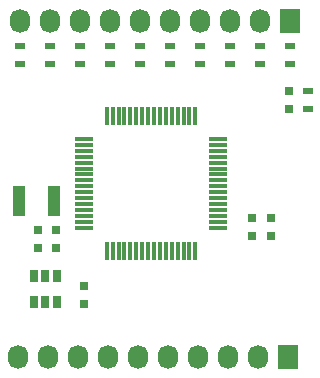
<source format=gbr>
G04 #@! TF.FileFunction,Soldermask,Top*
%FSLAX46Y46*%
G04 Gerber Fmt 4.6, Leading zero omitted, Abs format (unit mm)*
G04 Created by KiCad (PCBNEW 4.0.4-stable) date Wednesday, May 10, 2017 'PMt' 03:49:53 PM*
%MOMM*%
%LPD*%
G01*
G04 APERTURE LIST*
%ADD10C,0.100000*%
%ADD11R,1.727200X2.032000*%
%ADD12O,1.727200X2.032000*%
%ADD13R,0.750000X0.800000*%
%ADD14R,0.800000X0.750000*%
%ADD15R,1.000000X2.500000*%
%ADD16R,0.900000X0.500000*%
%ADD17R,0.650000X1.060000*%
%ADD18R,0.300000X1.500000*%
%ADD19R,1.500000X0.300000*%
G04 APERTURE END LIST*
D10*
D11*
X58140600Y-39293800D03*
D12*
X55600600Y-39293800D03*
X53060600Y-39293800D03*
X50520600Y-39293800D03*
X47980600Y-39293800D03*
X45440600Y-39293800D03*
X42900600Y-39293800D03*
X40360600Y-39293800D03*
X37820600Y-39293800D03*
X35280600Y-39293800D03*
D13*
X40698420Y-61713680D03*
X40698420Y-63213680D03*
D14*
X38329300Y-58534300D03*
X36829300Y-58534300D03*
X38329300Y-56984900D03*
X36829300Y-56984900D03*
D13*
X54897020Y-57488520D03*
X54897020Y-55988520D03*
X56497220Y-57488520D03*
X56497220Y-55988520D03*
X58039000Y-45262100D03*
X58039000Y-46762100D03*
D15*
X38190300Y-54571900D03*
X35190300Y-54571900D03*
D11*
X57962800Y-67741800D03*
D12*
X55422800Y-67741800D03*
X52882800Y-67741800D03*
X50342800Y-67741800D03*
X47802800Y-67741800D03*
X45262800Y-67741800D03*
X42722800Y-67741800D03*
X40182800Y-67741800D03*
X37642800Y-67741800D03*
X35102800Y-67741800D03*
D16*
X35306000Y-42939400D03*
X35306000Y-41439400D03*
X37820600Y-42914000D03*
X37820600Y-41414000D03*
X40360600Y-42914000D03*
X40360600Y-41414000D03*
X42900600Y-42914000D03*
X42900600Y-41414000D03*
X45440600Y-42914000D03*
X45440600Y-41414000D03*
X59639200Y-45262100D03*
X59639200Y-46762100D03*
X47980600Y-42914000D03*
X47980600Y-41414000D03*
X50520600Y-42914000D03*
X50520600Y-41414000D03*
X53035200Y-42914000D03*
X53035200Y-41414000D03*
X55626000Y-42914000D03*
X55626000Y-41414000D03*
X58140600Y-42914000D03*
X58140600Y-41414000D03*
D17*
X36487060Y-63091240D03*
X37437060Y-63091240D03*
X38387060Y-63091240D03*
X38387060Y-60891240D03*
X36487060Y-60891240D03*
X37437060Y-60891240D03*
D18*
X50130400Y-47335200D03*
X49630400Y-47335200D03*
X49130400Y-47335200D03*
X48630400Y-47335200D03*
X48130400Y-47335200D03*
X47630400Y-47335200D03*
X47130400Y-47335200D03*
X46630400Y-47335200D03*
X46130400Y-47335200D03*
X45630400Y-47335200D03*
X45130400Y-47335200D03*
X44630400Y-47335200D03*
X44130400Y-47335200D03*
X43630400Y-47335200D03*
X43130400Y-47335200D03*
X42630400Y-47335200D03*
D19*
X40680400Y-49285200D03*
X40680400Y-49785200D03*
X40680400Y-50285200D03*
X40680400Y-50785200D03*
X40680400Y-51285200D03*
X40680400Y-51785200D03*
X40680400Y-52285200D03*
X40680400Y-52785200D03*
X40680400Y-53285200D03*
X40680400Y-53785200D03*
X40680400Y-54285200D03*
X40680400Y-54785200D03*
X40680400Y-55285200D03*
X40680400Y-55785200D03*
X40680400Y-56285200D03*
X40680400Y-56785200D03*
D18*
X42630400Y-58735200D03*
X43130400Y-58735200D03*
X43630400Y-58735200D03*
X44130400Y-58735200D03*
X44630400Y-58735200D03*
X45130400Y-58735200D03*
X45630400Y-58735200D03*
X46130400Y-58735200D03*
X46630400Y-58735200D03*
X47130400Y-58735200D03*
X47630400Y-58735200D03*
X48130400Y-58735200D03*
X48630400Y-58735200D03*
X49130400Y-58735200D03*
X49630400Y-58735200D03*
X50130400Y-58735200D03*
D19*
X52080400Y-56785200D03*
X52080400Y-56285200D03*
X52080400Y-55785200D03*
X52080400Y-55285200D03*
X52080400Y-54785200D03*
X52080400Y-54285200D03*
X52080400Y-53785200D03*
X52080400Y-53285200D03*
X52080400Y-52785200D03*
X52080400Y-52285200D03*
X52080400Y-51785200D03*
X52080400Y-51285200D03*
X52080400Y-50785200D03*
X52080400Y-50285200D03*
X52080400Y-49785200D03*
X52080400Y-49285200D03*
M02*

</source>
